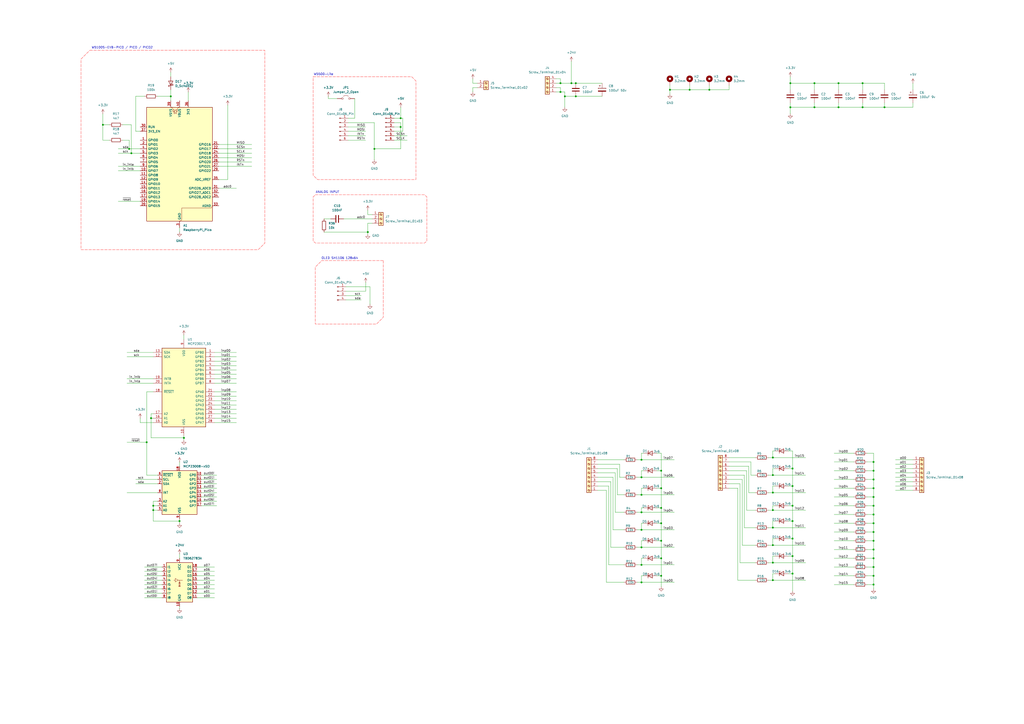
<source format=kicad_sch>
(kicad_sch (version 20250114) (generator "eeschema") (generator_version "9.0")
  (paper "A2")
  (text "W5500-Lite" (at 187.706 43.18 0) (effects (font (size 1.27 1.27))))
  (text "OLED SH1106 128x64" (at 197.104 149.86 0) (effects (font (size 1.27 1.27))))
  (text "ANALOG INPUT" (at 189.992 111.506 0) (effects (font (size 1.27 1.27))))
  (text "W5100S-EVB-PICO / PICO / PICO2" (at 70.866 27.686 0) (effects (font (size 1.27 1.27))))
  (junction (at 458.47 48.26))
  (junction (at 388.62 52.07))
  (junction (at 472.44 48.26))
  (junction (at 383.54 294.64))
  (junction (at 506.73 328.93))
  (junction (at 500.38 48.26))
  (junction (at 513.08 62.23))
  (junction (at 232.41 68.58))
  (junction (at 217.17 86.36))
  (junction (at 99.06 55.88))
  (junction (at 213.36 134.62))
  (junction (at 448.31 336.55))
  (junction (at 325.12 53.34))
  (junction (at 411.48 52.07))
  (junction (at 506.73 323.85))
  (junction (at 88.9 295.91))
  (junction (at 458.47 62.23))
  (junction (at 448.31 326.39))
  (junction (at 459.74 302.26))
  (junction (at 506.73 339.09))
  (junction (at 506.73 267.97))
  (junction (at 372.11 287.02))
  (junction (at 506.73 308.61))
  (junction (at 372.11 337.82))
  (junction (at 383.54 303.53))
  (junction (at 87.63 242.57))
  (junction (at 383.54 273.05))
  (junction (at 383.54 323.85))
  (junction (at 506.73 283.21))
  (junction (at 459.74 322.58))
  (junction (at 500.38 62.23))
  (junction (at 383.54 313.69))
  (junction (at 104.14 302.26))
  (junction (at 472.44 62.23))
  (junction (at 372.11 266.7))
  (junction (at 372.11 307.34))
  (junction (at 372.11 327.66))
  (junction (at 400.05 52.07))
  (junction (at 372.11 276.86))
  (junction (at 85.09 256.54))
  (junction (at 459.74 332.74))
  (junction (at 448.31 275.59))
  (junction (at 88.9 293.37))
  (junction (at 74.93 86.36))
  (junction (at 506.73 334.01))
  (junction (at 383.54 283.21))
  (junction (at 506.73 303.53))
  (junction (at 76.2 88.9))
  (junction (at 232.41 73.66))
  (junction (at 325.12 48.26))
  (junction (at 506.73 278.13))
  (junction (at 486.41 62.23))
  (junction (at 506.73 318.77))
  (junction (at 459.74 312.42))
  (junction (at 459.74 293.37))
  (junction (at 448.31 285.75))
  (junction (at 383.54 334.01))
  (junction (at 448.31 295.91))
  (junction (at 334.01 48.26))
  (junction (at 334.01 55.88))
  (junction (at 59.69 72.39))
  (junction (at 506.73 298.45))
  (junction (at 106.68 254))
  (junction (at 448.31 316.23))
  (junction (at 506.73 293.37))
  (junction (at 506.73 313.69))
  (junction (at 331.47 48.26))
  (junction (at 506.73 273.05))
  (junction (at 448.31 265.43))
  (junction (at 327.66 55.88))
  (junction (at 372.11 297.18))
  (junction (at 506.73 288.29))
  (junction (at 486.41 48.26))
  (junction (at 372.11 317.5))
  (junction (at 459.74 271.78))
  (junction (at 448.31 306.07))
  (junction (at 459.74 281.94))
  (wire (pts (xy 448.31 285.75) (xy 467.36 285.75)))
  (wire (pts (xy 187.96 127) (xy 191.77 127)))
  (wire (pts (xy 448.31 271.78) (xy 448.31 275.59)))
  (wire (pts (xy 127 93.98) (xy 146.05 93.98)))
  (wire (pts (xy 68.58 88.9) (xy 76.2 88.9)))
  (wire (pts (xy 88.9 302.26) (xy 104.14 302.26)))
  (wire (pts (xy 519.43 271.78) (xy 529.59 271.78)))
  (wire (pts (xy 190.5 57.15) (xy 190.5 55.88)))
  (wire (pts (xy 346.71 271.78) (xy 358.14 271.78)))
  (wire (pts (xy 369.57 317.5) (xy 372.11 317.5)))
  (wire (pts (xy 372.11 317.5) (xy 391.16 317.5)))
  (wire (pts (xy 334.01 55.88) (xy 349.25 55.88)))
  (wire (pts (xy 373.38 323.85) (xy 372.11 323.85)))
  (wire (pts (xy 458.47 62.23) (xy 472.44 62.23)))
  (wire (pts (xy 483.87 262.89) (xy 495.3 262.89)))
  (wire (pts (xy 448.31 326.39) (xy 467.36 326.39)))
  (wire (pts (xy 445.77 316.23) (xy 448.31 316.23)))
  (wire (pts (xy 228.6 76.2) (xy 233.68 76.2)))
  (wire (pts (xy 448.31 295.91) (xy 467.36 295.91)))
  (wire (pts (xy 459.74 281.94) (xy 459.74 293.37)))
  (wire (pts (xy 502.92 262.89) (xy 506.73 262.89)))
  (wire (pts (xy 506.73 318.77) (xy 506.73 323.85)))
  (wire (pts (xy 483.87 298.45) (xy 495.3 298.45)))
  (wire (pts (xy 427.99 283.21) (xy 427.99 336.55)))
  (wire (pts (xy 388.62 52.07) (xy 400.05 52.07)))
  (wire (pts (xy 449.58 293.37) (xy 448.31 293.37)))
  (wire (pts (xy 228.6 68.58) (xy 232.41 68.58)))
  (wire (pts (xy 200.66 171.45) (xy 209.55 171.45)))
  (wire (pts (xy 322.58 45.72) (xy 325.12 45.72)))
  (wire (pts (xy 502.92 278.13) (xy 506.73 278.13)))
  (wire (pts (xy 274.32 45.72) (xy 274.32 48.26)))
  (wire (pts (xy 346.71 284.48) (xy 351.79 284.48)))
  (wire (pts (xy 502.92 308.61) (xy 506.73 308.61)))
  (wire (pts (xy 448.31 332.74) (xy 448.31 336.55)))
  (wire (pts (xy 472.44 62.23) (xy 486.41 62.23)))
  (wire (pts (xy 500.38 48.26) (xy 500.38 52.07)))
  (wire (pts (xy 483.87 339.09) (xy 495.3 339.09)))
  (wire (pts (xy 529.59 62.23) (xy 529.59 59.69)))
  (wire (pts (xy 502.92 267.97) (xy 506.73 267.97)))
  (wire (pts (xy 88.9 245.11) (xy 81.28 245.11)))
  (wire (pts (xy 459.74 271.78) (xy 459.74 281.94)))
  (wire (pts (xy 381 313.69) (xy 383.54 313.69)))
  (wire (pts (xy 372.11 337.82) (xy 391.16 337.82)))
  (wire (pts (xy 506.73 278.13) (xy 506.73 283.21)))
  (wire (pts (xy 232.41 68.58) (xy 232.41 62.23)))
  (wire (pts (xy 106.68 194.31) (xy 106.68 196.85)))
  (wire (pts (xy 233.68 76.2) (xy 233.68 68.58)))
  (wire (pts (xy 91.44 290.83) (xy 88.9 290.83)))
  (wire (pts (xy 502.92 298.45) (xy 506.73 298.45)))
  (wire (pts (xy 99.06 52.07) (xy 99.06 55.88)))
  (wire (pts (xy 502.92 313.69) (xy 506.73 313.69)))
  (wire (pts (xy 383.54 303.53) (xy 383.54 313.69)))
  (wire (pts (xy 502.92 318.77) (xy 506.73 318.77)))
  (wire (pts (xy 506.73 328.93) (xy 506.73 334.01)))
  (wire (pts (xy 201.93 76.2) (xy 212.09 76.2)))
  (wire (pts (xy 500.38 48.26) (xy 513.08 48.26)))
  (wire (pts (xy 73.66 204.47) (xy 88.9 204.47)))
  (wire (pts (xy 91.44 275.59) (xy 85.09 275.59)))
  (wire (pts (xy 104.14 351.79) (xy 104.14 353.06)))
  (wire (pts (xy 322.58 48.26) (xy 325.12 48.26)))
  (wire (pts (xy 502.92 339.09) (xy 506.73 339.09)))
  (wire (pts (xy 88.9 293.37) (xy 91.44 293.37)))
  (wire (pts (xy 529.59 48.26) (xy 529.59 52.07)))
  (wire (pts (xy 124.46 207.01) (xy 137.16 207.01)))
  (wire (pts (xy 434.34 270.51) (xy 434.34 285.75)))
  (wire (pts (xy 356.87 297.18) (xy 361.95 297.18)))
  (wire (pts (xy 373.38 262.89) (xy 372.11 262.89)))
  (wire (pts (xy 519.43 281.94) (xy 529.59 281.94)))
  (wire (pts (xy 457.2 312.42) (xy 459.74 312.42)))
  (wire (pts (xy 73.66 256.54) (xy 85.09 256.54)))
  (wire (pts (xy 232.41 73.66) (xy 232.41 86.36)))
  (wire (pts (xy 124.46 209.55) (xy 137.16 209.55)))
  (wire (pts (xy 200.66 173.99) (xy 209.55 173.99)))
  (wire (pts (xy 483.87 273.05) (xy 495.3 273.05)))
  (wire (pts (xy 81.28 245.11) (xy 81.28 242.57)))
  (wire (pts (xy 457.2 281.94) (xy 459.74 281.94)))
  (wire (pts (xy 483.87 303.53) (xy 495.3 303.53)))
  (wire (pts (xy 445.77 295.91) (xy 448.31 295.91)))
  (wire (pts (xy 381 323.85) (xy 383.54 323.85)))
  (wire (pts (xy 187.96 134.62) (xy 213.36 134.62)))
  (wire (pts (xy 114.3 331.47) (xy 124.46 331.47)))
  (wire (pts (xy 91.44 295.91) (xy 88.9 295.91)))
  (wire (pts (xy 430.53 278.13) (xy 430.53 316.23)))
  (wire (pts (xy 212.09 168.91) (xy 212.09 163.83)))
  (wire (pts (xy 483.87 334.01) (xy 495.3 334.01)))
  (wire (pts (xy 506.73 288.29) (xy 506.73 293.37)))
  (wire (pts (xy 85.09 256.54) (xy 85.09 227.33)))
  (wire (pts (xy 400.05 49.53) (xy 400.05 52.07)))
  (wire (pts (xy 124.46 229.87) (xy 137.16 229.87)))
  (wire (pts (xy 124.46 245.11) (xy 137.16 245.11)))
  (wire (pts (xy 448.31 265.43) (xy 467.36 265.43)))
  (wire (pts (xy 106.68 254) (xy 106.68 255.27)))
  (wire (pts (xy 83.82 346.71) (xy 93.98 346.71)))
  (wire (pts (xy 73.66 285.75) (xy 91.44 285.75)))
  (wire (pts (xy 429.26 326.39) (xy 438.15 326.39)))
  (wire (pts (xy 78.74 76.2) (xy 78.74 55.88)))
  (wire (pts (xy 274.32 48.26) (xy 276.86 48.26)))
  (wire (pts (xy 331.47 48.26) (xy 334.01 48.26)))
  (wire (pts (xy 519.43 269.24) (xy 529.59 269.24)))
  (wire (pts (xy 83.82 341.63) (xy 93.98 341.63)))
  (wire (pts (xy 458.47 59.69) (xy 458.47 62.23)))
  (wire (pts (xy 346.71 279.4) (xy 354.33 279.4)))
  (wire (pts (xy 325.12 45.72) (xy 325.12 48.26)))
  (wire (pts (xy 513.08 62.23) (xy 513.08 59.69)))
  (wire (pts (xy 124.46 217.17) (xy 137.16 217.17)))
  (wire (pts (xy 127 104.14) (xy 132.08 104.14)))
  (wire (pts (xy 201.93 78.74) (xy 212.09 78.74)))
  (wire (pts (xy 431.8 306.07) (xy 438.15 306.07)))
  (wire (pts (xy 458.47 44.45) (xy 458.47 48.26)))
  (wire (pts (xy 472.44 48.26) (xy 486.41 48.26)))
  (wire (pts (xy 217.17 86.36) (xy 217.17 92.71)))
  (wire (pts (xy 124.46 232.41) (xy 137.16 232.41)))
  (wire (pts (xy 448.31 275.59) (xy 467.36 275.59)))
  (wire (pts (xy 372.11 273.05) (xy 372.11 276.86)))
  (wire (pts (xy 116.84 275.59) (xy 125.73 275.59)))
  (wire (pts (xy 109.22 53.34) (xy 109.22 58.42)))
  (wire (pts (xy 483.87 318.77) (xy 495.3 318.77)))
  (wire (pts (xy 381 303.53) (xy 383.54 303.53)))
  (wire (pts (xy 127 91.44) (xy 146.05 91.44)))
  (wire (pts (xy 457.2 302.26) (xy 459.74 302.26)))
  (wire (pts (xy 502.92 293.37) (xy 506.73 293.37)))
  (wire (pts (xy 457.2 322.58) (xy 459.74 322.58)))
  (wire (pts (xy 325.12 53.34) (xy 327.66 53.34)))
  (wire (pts (xy 483.87 278.13) (xy 495.3 278.13)))
  (wire (pts (xy 68.58 96.52) (xy 81.28 96.52)))
  (wire (pts (xy 372.11 294.64) (xy 372.11 297.18)))
  (wire (pts (xy 104.14 267.97) (xy 104.14 270.51)))
  (wire (pts (xy 99.06 55.88) (xy 99.06 58.42)))
  (wire (pts (xy 506.73 303.53) (xy 506.73 308.61)))
  (wire (pts (xy 381 283.21) (xy 383.54 283.21)))
  (wire (pts (xy 448.31 293.37) (xy 448.31 295.91)))
  (wire (pts (xy 201.93 81.28) (xy 212.09 81.28)))
  (wire (pts (xy 274.32 50.8) (xy 276.86 50.8)))
  (wire (pts (xy 114.3 344.17) (xy 124.46 344.17)))
  (wire (pts (xy 124.46 234.95) (xy 137.16 234.95)))
  (wire (pts (xy 88.9 295.91) (xy 88.9 302.26)))
  (wire (pts (xy 228.6 71.12) (xy 232.41 71.12)))
  (wire (pts (xy 383.54 313.69) (xy 383.54 323.85)))
  (wire (pts (xy 73.66 222.25) (xy 88.9 222.25)))
  (wire (pts (xy 422.91 265.43) (xy 438.15 265.43)))
  (wire (pts (xy 422.91 270.51) (xy 434.34 270.51)))
  (wire (pts (xy 506.73 339.09) (xy 506.73 341.63)))
  (wire (pts (xy 373.38 294.64) (xy 372.11 294.64)))
  (wire (pts (xy 448.31 261.62) (xy 448.31 265.43)))
  (wire (pts (xy 372.11 303.53) (xy 372.11 307.34)))
  (wire (pts (xy 459.74 302.26) (xy 459.74 312.42)))
  (wire (pts (xy 513.08 48.26) (xy 513.08 52.07)))
  (wire (pts (xy 486.41 62.23) (xy 500.38 62.23)))
  (wire (pts (xy 127 88.9) (xy 146.05 88.9)))
  (wire (pts (xy 372.11 287.02) (xy 391.16 287.02)))
  (wire (pts (xy 472.44 59.69) (xy 472.44 62.23)))
  (wire (pts (xy 124.46 214.63) (xy 137.16 214.63)))
  (wire (pts (xy 502.92 303.53) (xy 506.73 303.53)))
  (wire (pts (xy 76.2 72.39) (xy 76.2 88.9)))
  (wire (pts (xy 217.17 71.12) (xy 217.17 86.36)))
  (wire (pts (xy 124.46 219.71) (xy 137.16 219.71)))
  (wire (pts (xy 73.66 219.71) (xy 88.9 219.71)))
  (wire (pts (xy 445.77 275.59) (xy 448.31 275.59)))
  (wire (pts (xy 448.31 306.07) (xy 467.36 306.07)))
  (wire (pts (xy 457.2 271.78) (xy 459.74 271.78)))
  (wire (pts (xy 506.73 334.01) (xy 506.73 339.09)))
  (wire (pts (xy 459.74 261.62) (xy 459.74 271.78)))
  (wire (pts (xy 215.9 124.46) (xy 213.36 124.46)))
  (wire (pts (xy 519.43 279.4) (xy 529.59 279.4)))
  (wire (pts (xy 449.58 302.26) (xy 448.31 302.26)))
  (wire (pts (xy 506.73 323.85) (xy 506.73 328.93)))
  (wire (pts (xy 116.84 283.21) (xy 125.73 283.21)))
  (wire (pts (xy 228.6 78.74) (xy 236.22 78.74)))
  (wire (pts (xy 355.6 307.34) (xy 361.95 307.34)))
  (wire (pts (xy 458.47 62.23) (xy 458.47 66.04)))
  (wire (pts (xy 445.77 326.39) (xy 448.31 326.39)))
  (wire (pts (xy 85.09 227.33) (xy 88.9 227.33)))
  (wire (pts (xy 383.54 294.64) (xy 383.54 303.53)))
  (wire (pts (xy 68.58 116.84) (xy 81.28 116.84)))
  (wire (pts (xy 73.66 207.01) (xy 88.9 207.01)))
  (wire (pts (xy 459.74 312.42) (xy 459.74 322.58)))
  (wire (pts (xy 116.84 290.83) (xy 125.73 290.83)))
  (wire (pts (xy 486.41 48.26) (xy 486.41 52.07)))
  (wire (pts (xy 448.31 302.26) (xy 448.31 306.07)))
  (wire (pts (xy 502.92 273.05) (xy 506.73 273.05)))
  (wire (pts (xy 448.31 336.55) (xy 467.36 336.55)))
  (wire (pts (xy 369.57 297.18) (xy 372.11 297.18)))
  (wire (pts (xy 373.38 313.69) (xy 372.11 313.69)))
  (wire (pts (xy 388.62 49.53) (xy 388.62 52.07)))
  (wire (pts (xy 381 262.89) (xy 383.54 262.89)))
  (wire (pts (xy 114.3 328.93) (xy 124.46 328.93)))
  (wire (pts (xy 68.58 86.36) (xy 74.93 86.36)))
  (wire (pts (xy 457.2 332.74) (xy 459.74 332.74)))
  (wire (pts (xy 445.77 336.55) (xy 448.31 336.55)))
  (wire (pts (xy 124.46 222.25) (xy 137.16 222.25)))
  (wire (pts (xy 334.01 48.26) (xy 349.25 48.26)))
  (wire (pts (xy 373.38 273.05) (xy 372.11 273.05)))
  (wire (pts (xy 63.5 81.28) (xy 59.69 81.28)))
  (wire (pts (xy 506.73 308.61) (xy 506.73 313.69)))
  (wire (pts (xy 519.43 284.48) (xy 529.59 284.48)))
  (wire (pts (xy 228.6 81.28) (xy 236.22 81.28)))
  (wire (pts (xy 87.63 240.03) (xy 87.63 242.57)))
  (wire (pts (xy 430.53 316.23) (xy 438.15 316.23)))
  (wire (pts (xy 457.2 261.62) (xy 459.74 261.62)))
  (wire (pts (xy 372.11 262.89) (xy 372.11 266.7)))
  (wire (pts (xy 327.66 53.34) (xy 327.66 55.88)))
  (wire (pts (xy 449.58 332.74) (xy 448.31 332.74)))
  (wire (pts (xy 449.58 281.94) (xy 448.31 281.94)))
  (wire (pts (xy 372.11 276.86) (xy 391.16 276.86)))
  (wire (pts (xy 76.2 88.9) (xy 81.28 88.9)))
  (wire (pts (xy 232.41 71.12) (xy 232.41 73.66)))
  (wire (pts (xy 381 334.01) (xy 383.54 334.01)))
  (wire (pts (xy 445.77 306.07) (xy 448.31 306.07)))
  (wire (pts (xy 59.69 72.39) (xy 63.5 72.39)))
  (wire (pts (xy 351.79 284.48) (xy 351.79 337.82)))
  (wire (pts (xy 325.12 48.26) (xy 331.47 48.26)))
  (wire (pts (xy 422.91 267.97) (xy 435.61 267.97)))
  (wire (pts (xy 449.58 322.58) (xy 448.31 322.58)))
  (wire (pts (xy 369.57 307.34) (xy 372.11 307.34)))
  (wire (pts (xy 448.31 312.42) (xy 448.31 316.23)))
  (wire (pts (xy 486.41 48.26) (xy 500.38 48.26)))
  (wire (pts (xy 483.87 313.69) (xy 495.3 313.69)))
  (wire (pts (xy 351.79 337.82) (xy 361.95 337.82)))
  (wire (pts (xy 213.36 124.46) (xy 213.36 121.92)))
  (wire (pts (xy 435.61 267.97) (xy 435.61 275.59)))
  (wire (pts (xy 369.57 276.86) (xy 372.11 276.86)))
  (wire (pts (xy 519.43 266.7) (xy 529.59 266.7)))
  (wire (pts (xy 355.6 276.86) (xy 355.6 307.34)))
  (wire (pts (xy 383.54 283.21) (xy 383.54 294.64)))
  (wire (pts (xy 199.39 127) (xy 215.9 127)))
  (wire (pts (xy 200.66 168.91) (xy 212.09 168.91)))
  (wire (pts (xy 506.73 273.05) (xy 506.73 278.13)))
  (wire (pts (xy 232.41 86.36) (xy 217.17 86.36)))
  (wire (pts (xy 483.87 293.37) (xy 495.3 293.37)))
  (wire (pts (xy 232.41 73.66) (xy 228.6 73.66)))
  (wire (pts (xy 459.74 322.58) (xy 459.74 332.74)))
  (wire (pts (xy 274.32 50.8) (xy 274.32 53.34)))
  (wire (pts (xy 372.11 283.21) (xy 372.11 287.02)))
  (wire (pts (xy 500.38 62.23) (xy 513.08 62.23)))
  (wire (pts (xy 68.58 99.06) (xy 81.28 99.06)))
  (wire (pts (xy 506.73 293.37) (xy 506.73 298.45)))
  (wire (pts (xy 116.84 288.29) (xy 125.73 288.29)))
  (wire (pts (xy 422.91 273.05) (xy 433.07 273.05)))
  (wire (pts (xy 356.87 274.32) (xy 356.87 297.18)))
  (wire (pts (xy 88.9 240.03) (xy 87.63 240.03)))
  (wire (pts (xy 459.74 332.74) (xy 459.74 342.9)))
  (wire (pts (xy 519.43 274.32) (xy 529.59 274.32)))
  (wire (pts (xy 78.74 278.13) (xy 91.44 278.13)))
  (wire (pts (xy 431.8 275.59) (xy 431.8 306.07)))
  (wire (pts (xy 502.92 334.01) (xy 506.73 334.01)))
  (wire (pts (xy 124.46 212.09) (xy 137.16 212.09)))
  (wire (pts (xy 325.12 50.8) (xy 325.12 53.34)))
  (wire (pts (xy 116.84 293.37) (xy 125.73 293.37)))
  (wire (pts (xy 483.87 328.93) (xy 495.3 328.93)))
  (wire (pts (xy 346.71 281.94) (xy 353.06 281.94)))
  (wire (pts (xy 213.36 134.62) (xy 213.36 135.89)))
  (wire (pts (xy 322.58 53.34) (xy 325.12 53.34)))
  (wire (pts (xy 383.54 334.01) (xy 383.54 340.36)))
  (wire (pts (xy 85.09 275.59) (xy 85.09 256.54)))
  (wire (pts (xy 132.08 104.14) (xy 132.08 60.96)))
  (wire (pts (xy 483.87 267.97) (xy 495.3 267.97)))
  (wire (pts (xy 322.58 50.8) (xy 325.12 50.8)))
  (wire (pts (xy 502.92 328.93) (xy 506.73 328.93)))
  (wire (pts (xy 445.77 265.43) (xy 448.31 265.43)))
  (wire (pts (xy 506.73 283.21) (xy 506.73 288.29)))
  (wire (pts (xy 449.58 271.78) (xy 448.31 271.78)))
  (wire (pts (xy 74.93 81.28) (xy 74.93 86.36)))
  (wire (pts (xy 483.87 308.61) (xy 495.3 308.61)))
  (wire (pts (xy 372.11 297.18) (xy 391.16 297.18)))
  (wire (pts (xy 127 83.82) (xy 146.05 83.82)))
  (wire (pts (xy 331.47 48.26) (xy 331.47 35.56)))
  (wire (pts (xy 388.62 52.07) (xy 388.62 54.61)))
  (wire (pts (xy 369.57 287.02) (xy 372.11 287.02)))
  (wire (pts (xy 502.92 283.21) (xy 506.73 283.21)))
  (wire (pts (xy 411.48 49.53) (xy 411.48 52.07)))
  (wire (pts (xy 114.3 341.63) (xy 124.46 341.63)))
  (wire (pts (xy 411.48 52.07) (xy 422.91 52.07)))
  (wire (pts (xy 519.43 276.86) (xy 529.59 276.86)))
  (wire (pts (xy 88.9 290.83) (xy 88.9 293.37)))
  (wire (pts (xy 448.31 316.23) (xy 467.36 316.23)))
  (wire (pts (xy 99.06 41.91) (xy 99.06 44.45)))
  (wire (pts (xy 458.47 48.26) (xy 472.44 48.26)))
  (wire (pts (xy 127 86.36) (xy 146.05 86.36)))
  (wire (pts (xy 502.92 323.85) (xy 506.73 323.85)))
  (wire (pts (xy 87.63 242.57) (xy 87.63 254)))
  (wire (pts (xy 88.9 242.57) (xy 87.63 242.57)))
  (wire (pts (xy 448.31 322.58) (xy 448.31 326.39)))
  (wire (pts (xy 483.87 288.29) (xy 495.3 288.29)))
  (wire (pts (xy 71.12 81.28) (xy 74.93 81.28)))
  (wire (pts (xy 372.11 313.69) (xy 372.11 317.5)))
  (wire (pts (xy 83.82 336.55) (xy 93.98 336.55)))
  (wire (pts (xy 195.58 57.15) (xy 190.5 57.15)))
  (wire (pts (xy 459.74 293.37) (xy 459.74 302.26)))
  (wire (pts (xy 372.11 327.66) (xy 391.16 327.66)))
  (wire (pts (xy 381 273.05) (xy 383.54 273.05)))
  (wire (pts (xy 500.38 59.69) (xy 500.38 62.23)))
  (wire (pts (xy 215.9 129.54) (xy 213.36 129.54)))
  (wire (pts (xy 373.38 303.53) (xy 372.11 303.53)))
  (wire (pts (xy 383.54 273.05) (xy 383.54 283.21)))
  (wire (pts (xy 346.71 266.7) (xy 361.95 266.7)))
  (wire (pts (xy 457.2 293.37) (xy 459.74 293.37)))
  (wire (pts (xy 383.54 262.89) (xy 383.54 273.05)))
  (wire (pts (xy 114.3 334.01) (xy 124.46 334.01)))
  (wire (pts (xy 81.28 76.2) (xy 78.74 76.2)))
  (wire (pts (xy 87.63 254) (xy 106.68 254)))
  (wire (pts (xy 372.11 307.34) (xy 391.16 307.34)))
  (wire (pts (xy 358.14 271.78) (xy 358.14 287.02)))
  (wire (pts (xy 83.82 339.09) (xy 93.98 339.09)))
  (wire (pts (xy 353.06 327.66) (xy 361.95 327.66)))
  (wire (pts (xy 88.9 293.37) (xy 88.9 295.91)))
  (wire (pts (xy 114.3 336.55) (xy 124.46 336.55)))
  (wire (pts (xy 91.44 55.88) (xy 99.06 55.88)))
  (wire (pts (xy 502.92 288.29) (xy 506.73 288.29)))
  (wire (pts (xy 427.99 336.55) (xy 438.15 336.55)))
  (wire (pts (xy 483.87 283.21) (xy 495.3 283.21)))
  (wire (pts (xy 116.84 278.13) (xy 125.73 278.13)))
  (wire (pts (xy 346.71 276.86) (xy 355.6 276.86)))
  (wire (pts (xy 422.91 280.67) (xy 429.26 280.67)))
  (wire (pts (xy 448.31 281.94) (xy 448.31 285.75)))
  (wire (pts (xy 353.06 281.94) (xy 353.06 327.66)))
  (wire (pts (xy 104.14 132.08) (xy 104.14 134.62)))
  (wire (pts (xy 483.87 323.85) (xy 495.3 323.85)))
  (wire (pts (xy 83.82 328.93) (xy 93.98 328.93)))
  (wire (pts (xy 422.91 278.13) (xy 430.53 278.13)))
  (wire (pts (xy 83.82 331.47) (xy 93.98 331.47)))
  (wire (pts (xy 124.46 204.47) (xy 137.16 204.47)))
  (wire (pts (xy 233.68 68.58) (xy 232.41 68.58)))
  (wire (pts (xy 116.84 280.67) (xy 125.73 280.67)))
  (wire (pts (xy 372.11 334.01) (xy 372.11 337.82)))
  (wire (pts (xy 358.14 287.02) (xy 361.95 287.02)))
  (wire (pts (xy 383.54 323.85) (xy 383.54 334.01)))
  (wire (pts (xy 486.41 59.69) (xy 486.41 62.23)))
  (wire (pts (xy 327.66 55.88) (xy 334.01 55.88)))
  (wire (pts (xy 114.3 346.71) (xy 124.46 346.71)))
  (wire (pts (xy 124.46 242.57) (xy 137.16 242.57)))
  (wire (pts (xy 114.3 339.09) (xy 124.46 339.09)))
  (wire (pts (xy 71.12 72.39) (xy 76.2 72.39)))
  (wire (pts (xy 346.71 269.24) (xy 359.41 269.24)))
  (wire (pts (xy 369.57 266.7) (xy 372.11 266.7)))
  (wire (pts (xy 78.74 55.88) (xy 83.82 55.88)))
  (wire (pts (xy 116.84 285.75) (xy 125.73 285.75)))
  (wire (pts (xy 346.71 274.32) (xy 356.87 274.32)))
  (wire (pts (xy 124.46 237.49) (xy 137.16 237.49)))
  (wire (pts (xy 83.82 334.01) (xy 93.98 334.01)))
  (wire (pts (xy 372.11 323.85) (xy 372.11 327.66)))
  (wire (pts (xy 506.73 298.45) (xy 506.73 303.53)))
  (wire (pts (xy 83.82 344.17) (xy 93.98 344.17)))
  (wire (pts (xy 214.63 166.37) (xy 214.63 176.53)))
  (wire (pts (xy 359.41 269.24) (xy 359.41 276.86)))
  (wire (pts (xy 201.93 73.66) (xy 212.09 73.66)))
  (wire (pts (xy 78.74 280.67) (xy 91.44 280.67)))
  (wire (pts (xy 472.44 48.26) (xy 472.44 52.07)))
  (wire (pts (xy 435.61 275.59) (xy 438.15 275.59)))
  (wire (pts (xy 433.07 295.91) (xy 438.15 295.91)))
  (wire (pts (xy 201.93 71.12) (xy 217.17 71.12)))
  (wire (pts (xy 422.91 52.07) (xy 422.91 49.53)))
  (wire (pts (xy 400.05 52.07) (xy 411.48 52.07)))
  (wire (pts (xy 327.66 55.88) (xy 327.66 62.23)))
  (wire (pts (xy 369.57 327.66) (xy 372.11 327.66)))
  (wire (pts (xy 506.73 262.89) (xy 506.73 267.97)))
  (wire (pts (xy 59.69 66.04) (xy 59.69 72.39)))
  (wire (pts (xy 422.91 283.21) (xy 427.99 283.21)))
  (wire (pts (xy 106.68 252.73) (xy 106.68 254)))
  (wire (pts (xy 513.08 62.23) (xy 529.59 62.23)))
  (wire (pts (xy 445.77 285.75) (xy 448.31 285.75)))
  (wire (pts (xy 201.93 68.58) (xy 205.74 68.58)))
  (wire (pts (xy 205.74 68.58) (xy 205.74 57.15)))
  (wire (pts (xy 506.73 267.97) (xy 506.73 273.05)))
  (wire (pts (xy 104.14 302.26) (xy 104.14 303.53)))
  (wire (pts (xy 354.33 279.4) (xy 354.33 317.5)))
  (wire (pts (xy 429.26 280.67) (xy 429.26 326.39)))
  (wire (pts (xy 104.14 321.31) (xy 104.14 323.85)))
  (wire (pts (xy 354.33 317.5) (xy 361.95 317.5)))
  (wire (pts (xy 359.41 276.86) (xy 361.95 276.86)))
  (wire (pts (xy 127 109.22) (xy 137.16 109.22)))
  (wire (pts (xy 434.34 285.75) (xy 438.15 285.75)))
  (wire (pts (xy 373.38 334.01) (xy 372.11 334.01)))
  (wire (pts (xy 373.38 283.21) (xy 372.11 283.21)))
  (wire (pts (xy 124.46 227.33) (xy 137.16 227.33)))
  (wire (pts (xy 369.57 337.82) (xy 372.11 337.82)))
  (wire (pts (xy 127 96.52) (xy 146.05 96.52)))
  (wire (pts (xy 74.93 86.36) (xy 81.28 86.36)))
  (wire (pts (xy 213.36 129.54) (xy 213.36 134.62)))
  (wire (pts (xy 104.14 300.99) (xy 104.14 302.26)))
  (wire (pts (xy 422.91 275.59) (xy 431.8 275.59)))
  (wire (pts (xy 59.69 72.39) (xy 59.69 81.28)))
  (wire (pts (xy 200.66 166.37) (xy 214.63 166.37)))
  (wire (pts (xy 449.58 261.62) (xy 448.31 261.62)))
  (wire (pts (xy 372.11 266.7) (xy 391.16 266.7)))
  (wire (pts (xy 458.47 52.07) (xy 458.47 48.26)))
  (wire (pts (xy 449.58 312.42) (xy 448.31 312.42)))
  (wire (pts (xy 506.73 313.69) (xy 506.73 318.77)))
  (wire (pts (xy 433.07 273.05) (xy 433.07 295.91)))
  (wire (pts (xy 381 294.64) (xy 383.54 294.64)))
  (wire (pts (xy 124.46 240.03) (xy 137.16 240.03)))
  (label "SCLK" (at 137.16 88.9 0))
  (label "in_inta" (at 74.93 222.25 0))
  (label "adc0" (at 207.01 127 0))
  (label "out07i" (at 118.11 293.37 0))
  (label "inp11" (at 461.01 306.07 0))
  (label "inp13" (at 461.01 285.75 0))
  (label "o06" (at 521.97 281.94 0))
  (label "inp15" (at 128.27 245.11 0))
  (label "inp01" (at 128.27 207.01 0))
  (label "inp02" (at 384.81 317.5 0))
  (label "out01i" (at 118.11 278.13 0))
  (label "o04" (at 118.11 336.55 0))
  (label "RSTn" (at 207.01 81.28 0))
  (label "SCSn" (at 137.16 86.36 0))
  (label "inp04" (at 486.41 283.21 0))
  (label "adc0" (at 129.54 109.22 0))
  (label "MOSI" (at 137.16 91.44 0))
  (label "MOSI" (at 207.01 76.2 0))
  (label "o01" (at 118.11 344.17 0))
  (label "inp02" (at 128.27 209.55 0))
  (label "SCSn" (at 229.87 78.74 0))
  (label "in_intb" (at 74.93 219.71 0))
  (label "o03" (at 118.11 339.09 0))
  (label "inp04" (at 384.81 297.18 0))
  (label "INTn" (at 207.01 78.74 0))
  (label "inp01" (at 486.41 267.97 0))
  (label "inp02" (at 486.41 273.05 0))
  (label "o07" (at 118.11 328.93 0))
  (label "inp03" (at 486.41 278.13 0))
  (label "inp09" (at 461.01 326.39 0))
  (label "sda" (at 205.74 173.99 0))
  (label "inp13" (at 128.27 240.03 0))
  (label "out00i" (at 118.11 275.59 0))
  (label "inp09" (at 486.41 308.61 0))
  (label "inp14" (at 461.01 275.59 0))
  (label "inp00" (at 384.81 337.82 0))
  (label "o06" (at 118.11 331.47 0))
  (label "inp05" (at 384.81 287.02 0))
  (label "inp13" (at 486.41 328.93 0))
  (label "inp11" (at 486.41 318.77 0))
  (label "sda" (at 71.12 86.36 0))
  (label "out04i" (at 85.09 336.55 0))
  (label "~{reset}" (at 71.12 116.84 0))
  (label "inp06" (at 128.27 219.71 0))
  (label "inp03" (at 384.81 307.34 0))
  (label "o02" (at 118.11 341.63 0))
  (label "inp12" (at 486.41 323.85 0))
  (label "MISO" (at 207.01 73.66 0))
  (label "inp05" (at 486.41 288.29 0))
  (label "inp14" (at 128.27 242.57 0))
  (label "o05" (at 521.97 279.4 0))
  (label "inp12" (at 128.27 237.49 0))
  (label "SCLK" (at 229.87 81.28 0))
  (label "sda" (at 80.01 280.67 0))
  (label "inp00" (at 486.41 262.89 0))
  (label "in_inta" (at 71.12 96.52 0))
  (label "inp11" (at 128.27 234.95 0))
  (label "inp00" (at 128.27 204.47 0))
  (label "out07i" (at 85.09 328.93 0))
  (label "out02i" (at 118.11 280.67 0))
  (label "out03i" (at 85.09 339.09 0))
  (label "inp06" (at 384.81 276.86 0))
  (label "~{reset}" (at 76.2 256.54 0))
  (label "inp01" (at 384.81 327.66 0))
  (label "inp10" (at 128.27 232.41 0))
  (label "o00" (at 118.11 346.71 0))
  (label "sck" (at 77.47 207.01 0))
  (label "inp06" (at 486.41 293.37 0))
  (label "out06i" (at 118.11 290.83 0))
  (label "sck" (at 80.01 278.13 0))
  (label "o07" (at 521.97 284.48 0))
  (label "sck" (at 71.12 88.9 0))
  (label "inp04" (at 128.27 214.63 0))
  (label "RSTn" (at 137.16 93.98 0))
  (label "inp09" (at 128.27 229.87 0))
  (label "inp07" (at 384.81 266.7 0))
  (label "out03i" (at 118.11 283.21 0))
  (label "inp08" (at 128.27 227.33 0))
  (label "out00i" (at 85.09 346.71 0))
  (label "in_intb" (at 71.12 99.06 0))
  (label "INTn" (at 137.16 96.52 0))
  (label "inp08" (at 461.01 336.55 0))
  (label "inp10" (at 486.41 313.69 0))
  (label "inp10" (at 461.01 316.23 0))
  (label "o05" (at 118.11 334.01 0))
  (label "inp15" (at 486.41 339.09 0))
  (label "out01i" (at 85.09 344.17 0))
  (label "o00" (at 521.97 266.7 0))
  (label "out06i" (at 85.09 331.47 0))
  (label "out05i" (at 118.11 288.29 0))
  (label "inp08" (at 486.41 303.53 0))
  (label "sda" (at 77.47 204.47 0))
  (label "inp14" (at 486.41 334.01 0))
  (label "inp05" (at 128.27 217.17 0))
  (label "inp07" (at 128.27 222.25 0))
  (label "inp15" (at 461.01 265.43 0))
  (label "o04" (at 521.97 276.86 0))
  (label "out04i" (at 118.11 285.75 0))
  (label "inp12" (at 461.01 295.91 0))
  (label "inp07" (at 486.41 298.45 0))
  (label "o01" (at 521.97 269.24 0))
  (label "inp03" (at 128.27 212.09 0))
  (label "out02i" (at 85.09 341.63 0))
  (label "out05i" (at 85.09 334.01 0))
  (label "o03" (at 521.97 274.32 0))
  (label "o02" (at 521.97 271.78 0))
  (label "MISO" (at 137.16 83.82 0))
  (label "sck" (at 205.74 171.45 0))
  (rule_area (polyline (pts (xy 182.88 113.03) (xy 246.38 113.03) (xy 247.65 114.3) (xy 247.65 139.7) (xy 246.38 140.97) (xy 182.88 140.97) (xy 181.61 139.7) (xy 181.61 114.3)) (stroke (width 0) (type dash))))
  (rule_area (polyline (pts (xy 181.61 44.45) (xy 238.76 44.45) (xy 241.3 46.99) (xy 241.3 104.14) (xy 184.15 104.14) (xy 181.61 101.6)) (stroke (width 0) (type dash))))
  (rule_area (polyline (pts (xy 52.07 29.21) (xy 153.67 29.21) (xy 153.67 140.97) (xy 149.86 144.78) (xy 46.99 144.78) (xy 46.99 34.29)) (stroke (width 0) (type dash))))
  (rule_area (polyline (pts (xy 222.25 151.13) (xy 222.25 184.15) (xy 218.44 187.96) (xy 182.88 187.96) (xy 182.88 154.94) (xy 186.69 151.13)) (stroke (width 0) (type dash))))
  (symbol (lib_id "Jumper:Jumper_2_Open") (at 200.66 57.15 0) (unit 1)
    (property "Reference" "JP1" (at 200.66 50.8 0))
    (property "Value" "Jumper_2_Open" (at 200.66 53.34 0))
    (property "Footprint" "Jumper:SolderJumper-2_P1.3mm_Open_TrianglePad1.0x1.5mm" (effects (hide yes)))
    (property "Description" "Jumper, 2-pole, open" (effects (hide yes)))
  )
  (symbol (lib_id "power:+3.3V") (at 81.28 242.57 0) (unit 1)
    (property "Reference" "#PWR07" (effects (hide yes)))
    (property "Value" "+3.3V" (at 81.28 237.49 0))
    (property "Description" "Power symbol creates a global label with name \"+3.3V\"" (effects (hide yes)))
  )
  (symbol (lib_id "Device:R") (at 441.96 316.23 90) (unit 1)
    (property "Reference" "R14" (at 441.198 313.944 90))
    (property "Value" "10k" (at 442.214 316.23 90))
    (property "Footprint" "Resistor_SMD:R_0805_2012Metric" (effects (hide yes)))
    (property "Description" "Resistor" (effects (hide yes)))
  )
  (symbol (lib_id "Transistor_Array:TBD62783A") (at 104.14 336.55 0) (unit 1)
    (property "Reference" "U3" (at 106.2833 321.31 0) (effects (justify left)))
    (property "Value" "TBD62783A" (at 106.2833 323.85 0) (effects (justify left)))
    (property "Footprint" "Package_SO:SOIC-18W_7.5x11.6mm_P1.27mm" (effects (hide yes)))
    (property "Datasheet" "http://toshiba.semicon-storage.com/info/docget.jsp?did=30523&prodName=TBD62783APG" (effects (hide yes)))
    (property "Description" "8-Channel Source Type Transistor Array, TTL and CMOS compatible, 500mA, 50V, DIP-18/SOP-18/SSOP-18/SOIC-18W" (effects (hide yes)))
  )
  (symbol (lib_id "Device:R") (at 87.63 55.88 90) (unit 1)
    (property "Reference" "R19" (at 87.63 49.53 90))
    (property "Value" "100k" (at 87.63 52.07 90))
    (property "Footprint" "Resistor_SMD:R_0805_2012Metric" (effects (hide yes)))
    (property "Description" "Resistor" (effects (hide yes)))
  )
  (symbol (lib_id "Device:D_Zener") (at 453.39 271.78 0) (unit 1)
    (property "Reference" "D10" (at 449.834 270.51 0))
    (property "Value" "3v6" (at 456.946 270.51 0))
    (property "Footprint" "Diode_SMD:D_SOD-523" (effects (hide yes)))
    (property "Description" "Zener diode" (effects (hide yes)))
  )
  (symbol (lib_id "Device:D_Zener") (at 453.39 293.37 0) (unit 1)
    (property "Reference" "D12" (at 449.834 292.1 0))
    (property "Value" "3v6" (at 456.946 292.1 0))
    (property "Footprint" "Diode_SMD:D_SOD-523" (effects (hide yes)))
    (property "Description" "Zener diode" (effects (hide yes)))
  )
  (symbol (lib_id "Device:R") (at 365.76 297.18 90) (unit 1)
    (property "Reference" "R4" (at 364.49 294.894 90))
    (property "Value" "10k" (at 366.014 297.18 90))
    (property "Footprint" "Resistor_SMD:R_0805_2012Metric" (effects (hide yes)))
    (property "Description" "Resistor" (effects (hide yes)))
  )
  (symbol (lib_id "Connector:Screw_Terminal_01x08") (at 534.67 274.32 0) (unit 1)
    (property "Reference" "J3" (at 537.21 274.3199 0) (effects (justify left)))
    (property "Value" "Screw_Terminal_01x08" (at 537.21 276.8599 0) (effects (justify left)))
    (property "Footprint" "TerminalBlock:TerminalBlock_Xinya_XY308-2.54-8P_1x08_P2.54mm_Horizontal" (effects (hide yes)))
    (property "Description" "Generic screw terminal, single row, 01x08, script generated (kicad-library-utils/schlib/autogen/connector/)" (effects (hide yes)))
  )
  (symbol (lib_id "Device:C") (at 458.47 55.88 0) (unit 1)
    (property "Reference" "C1" (at 462.28 54.6099 0) (effects (justify left)))
    (property "Value" "100nF" (at 462.28 57.1499 0) (effects (justify left)))
    (property "Footprint" "Capacitor_SMD:C_1206_3216Metric" (effects (hide yes)))
    (property "Description" "Unpolarized capacitor" (effects (hide yes)))
  )
  (symbol (lib_id "Device:R") (at 187.96 130.81 180) (unit 1)
    (property "Reference" "R36" (at 190.5 129.5399 0) (effects (justify right)))
    (property "Value" "10k" (at 190.5 132.0799 0) (effects (justify right)))
    (property "Footprint" "Resistor_SMD:R_0805_2012Metric" (effects (hide yes)))
    (property "Description" "Resistor" (effects (hide yes)))
  )
  (symbol (lib_id "power:GND") (at 104.14 134.62 0) (unit 1)
    (property "Reference" "#PWR02" (effects (hide yes)))
    (property "Value" "GND" (at 104.14 139.7 0))
    (property "Description" "Power symbol creates a global label with name \"GND\" , ground" (effects (hide yes)))
  )
  (symbol (lib_id "Device:D_Zener") (at 377.19 313.69 0) (unit 1)
    (property "Reference" "D6" (at 373.888 312.674 0))
    (property "Value" "3v6" (at 380.746 312.674 0))
    (property "Footprint" "Diode_SMD:D_SOD-523" (effects (hide yes)))
    (property "Description" "Zener diode" (effects (hide yes)))
  )
  (symbol (lib_id "Mechanical:MountingHole_Pad") (at 411.48 46.99 0) (unit 1) (exclude_from_sim yes) (in_bom no)
    (property "Reference" "H3" (at 414.02 44.4499 0) (effects (justify left)))
    (property "Value" "3.2mm" (at 414.02 46.9899 0) (effects (justify left)))
    (property "Footprint" "MountingHole:MountingHole_3.2mm_M3_Pad_TopBottom" (effects (hide yes)))
    (property "Description" "Mounting Hole with connection" (effects (hide yes)))
  )
  (symbol (lib_id "power:GND") (at 458.47 66.04 0) (unit 1)
    (property "Reference" "#PWR035" (effects (hide yes)))
    (property "Value" "GND" (at 458.47 71.12 0))
    (property "Description" "Power symbol creates a global label with name \"GND\" , ground" (effects (hide yes)))
  )
  (symbol (lib_id "Device:D_Zener") (at 377.19 283.21 0) (unit 1)
    (property "Reference" "D3" (at 374.142 282.194 0))
    (property "Value" "3v6" (at 380.746 281.94 0))
    (property "Footprint" "Diode_SMD:D_SOD-523" (effects (hide yes)))
    (property "Description" "Zener diode" (effects (hide yes)))
  )
  (symbol (lib_id "Device:R") (at 365.76 276.86 90) (unit 1)
    (property "Reference" "R2" (at 364.236 274.574 90))
    (property "Value" "10k" (at 365.76 276.86 90))
    (property "Footprint" "Resistor_SMD:R_0805_2012Metric" (effects (hide yes)))
    (property "Description" "Resistor" (effects (hide yes)))
  )
  (symbol (lib_id "Device:D_Zener") (at 377.19 334.01 0) (unit 1)
    (property "Reference" "D8" (at 374.142 332.994 0))
    (property "Value" "3v6" (at 381 332.994 0))
    (property "Footprint" "Diode_SMD:D_SOD-523" (effects (hide yes)))
    (property "Description" "Zener diode" (effects (hide yes)))
  )
  (symbol (lib_id "Interface_Expansion:MCP23008-xSO") (at 104.14 285.75 0) (unit 1)
    (property "Reference" "U2" (at 106.2833 267.97 0) (effects (justify left)))
    (property "Value" "MCP23008-xSO" (at 106.2833 270.51 0) (effects (justify left)))
    (property "Footprint" "Package_SO:SOIC-18W_7.5x11.6mm_P1.27mm" (effects (hide yes)))
    (property "Datasheet" "http://ww1.microchip.com/downloads/en/DeviceDoc/MCP23008-MCP23S08-Data-Sheet-20001919F.pdf" (effects (hide yes)))
    (property "Description" "8-bit I/O expander, I2C, interrupts, SOIC-18" (effects (hide yes)))
  )
  (symbol (lib_id "power:+3.3V") (at 458.47 44.45 0) (unit 1)
    (property "Reference" "#PWR06" (effects (hide yes)))
    (property "Value" "+3.3V" (at 458.47 39.37 0))
    (property "Description" "Power symbol creates a global label with name \"+3.3V\"" (effects (hide yes)))
  )
  (symbol (lib_id "Device:R") (at 441.96 285.75 90) (unit 1)
    (property "Reference" "R7" (at 440.436 283.464 90))
    (property "Value" "10k" (at 442.214 285.75 90))
    (property "Footprint" "Resistor_SMD:R_0805_2012Metric" (effects (hide yes)))
    (property "Description" "Resistor" (effects (hide yes)))
  )
  (symbol (lib_id "Connector:Screw_Terminal_01x08") (at 417.83 275.59 180) (unit 1)
    (property "Reference" "J2" (at 417.83 259.08 0))
    (property "Value" "Screw_Terminal_01x08" (at 417.83 261.62 0))
    (property "Footprint" "TerminalBlock:TerminalBlock_Xinya_XY308-2.54-8P_1x08_P2.54mm_Horizontal" (effects (hide yes)))
    (property "Description" "Generic screw terminal, single row, 01x08, script generated (kicad-library-utils/schlib/autogen/connector/)" (effects (hide yes)))
  )
  (symbol (lib_id "Device:C_Polarized") (at 349.25 52.07 0) (unit 1)
    (property "Reference" "C8" (at 353.06 49.9109 0) (effects (justify left)))
    (property "Value" "100uF 50v" (at 353.06 52.4509 0) (effects (justify left)))
    (property "Footprint" "Capacitor_SMD:CP_Elec_8x5.4" (effects (hide yes)))
    (property "Description" "Polarized capacitor" (effects (hide yes)))
  )
  (symbol (lib_id "power:+3.3V") (at 132.08 60.96 0) (unit 1)
    (property "Reference" "#PWR012" (effects (hide yes)))
    (property "Value" "+3.3V" (at 132.08 55.88 0))
    (property "Description" "Power symbol creates a global label with name \"+3.3V\"" (effects (hide yes)))
  )
  (symbol (lib_id "Device:R") (at 365.76 327.66 90) (unit 1)
    (property "Reference" "R11" (at 364.998 325.628 90))
    (property "Value" "10k" (at 365.76 327.66 90))
    (property "Footprint" "Resistor_SMD:R_0805_2012Metric" (effects (hide yes)))
    (property "Description" "Resistor" (effects (hide yes)))
  )
  (symbol (lib_id "Device:D_Zener") (at 377.19 323.85 0) (unit 1)
    (property "Reference" "D7" (at 373.888 322.834 0))
    (property "Value" "3v6" (at 381 322.834 0))
    (property "Footprint" "Diode_SMD:D_SOD-523" (effects (hide yes)))
    (property "Description" "Zener diode" (effects (hide yes)))
  )
  (symbol (lib_id "power:+3.3V") (at 109.22 53.34 0) (unit 1)
    (property "Reference" "#PWR08" (effects (hide yes)))
    (property "Value" "+3.3V" (at 109.22 48.26 0))
    (property "Description" "Power symbol creates a global label with name \"+3.3V\"" (effects (hide yes)))
  )
  (symbol (lib_id "Device:R") (at 499.11 328.93 90) (unit 1)
    (property "Reference" "R33" (at 498.856 327.152 90))
    (property "Value" "1.5k" (at 498.856 328.93 90))
    (property "Footprint" "Resistor_SMD:R_0805_2012Metric" (effects (hide yes)))
    (property "Description" "Resistor" (effects (hide yes)))
  )
  (symbol (lib_id "power:+3.3V") (at 190.5 55.88 0) (unit 1)
    (property "Reference" "#PWR014" (effects (hide yes)))
    (property "Value" "+3.3V" (at 190.5 50.8 0))
    (property "Description" "Power symbol creates a global label with name \"+3.3V\"" (effects (hide yes)))
  )
  (symbol (lib_id "Device:R") (at 499.11 318.77 90) (unit 1)
    (property "Reference" "R31" (at 499.11 316.992 90))
    (property "Value" "1.5k" (at 498.856 318.77 90))
    (property "Footprint" "Resistor_SMD:R_0805_2012Metric" (effects (hide yes)))
    (property "Description" "Resistor" (effects (hide yes)))
  )
  (symbol (lib_id "power:GND") (at 459.74 342.9 0) (unit 1)
    (property "Reference" "#PWR028" (effects (hide yes)))
    (property "Value" "GND" (at 459.74 347.98 0))
    (property "Description" "Power symbol creates a global label with name \"GND\" , ground" (effects (hide yes)))
  )
  (symbol (lib_id "power:+3.3V") (at 59.69 66.04 0) (unit 1)
    (property "Reference" "#PWR05" (effects (hide yes)))
    (property "Value" "+3.3V" (at 59.69 60.96 0))
    (property "Description" "Power symbol creates a global label with name \"+3.3V\"" (effects (hide yes)))
  )
  (symbol (lib_id "Device:R") (at 67.31 72.39 90) (unit 1)
    (property "Reference" "R17" (at 67.31 66.04 90))
    (property "Value" "4k7" (at 67.31 68.58 90))
    (property "Footprint" "Resistor_SMD:R_0805_2012Metric" (effects (hide yes)))
    (property "Description" "Resistor" (effects (hide yes)))
  )
  (symbol (lib_id "power:GND") (at 213.36 135.89 0) (unit 1)
    (property "Reference" "#PWR033" (effects (hide yes)))
    (property "Value" "GND" (at 217.932 136.652 0))
    (property "Description" "Power symbol creates a global label with name \"GND\" , ground" (effects (hide yes)))
  )
  (symbol (lib_id "Device:R") (at 499.11 313.69 90) (unit 1)
    (property "Reference" "R30" (at 499.11 311.658 90))
    (property "Value" "1.5k" (at 499.11 313.69 90))
    (property "Footprint" "Resistor_SMD:R_0805_2012Metric" (effects (hide yes)))
    (property "Description" "Resistor" (effects (hide yes)))
  )
  (symbol (lib_id "Device:R") (at 499.11 334.01 90) (unit 1)
    (property "Reference" "R34" (at 499.11 331.978 90))
    (property "Value" "1.5k" (at 499.11 334.01 90))
    (property "Footprint" "Resistor_SMD:R_0805_2012Metric" (effects (hide yes)))
    (property "Description" "Resistor" (effects (hide yes)))
  )
  (symbol (lib_id "Device:R") (at 499.11 339.09 90) (unit 1)
    (property "Reference" "R35" (at 498.856 337.058 90))
    (property "Value" "1.5k" (at 499.11 338.836 90))
    (property "Footprint" "Resistor_SMD:R_0805_2012Metric" (effects (hide yes)))
    (property "Description" "Resistor" (effects (hide yes)))
  )
  (symbol (lib_id "Device:C") (at 195.58 127 270) (unit 1)
    (property "Reference" "C10" (at 195.58 119.38 90))
    (property "Value" "100nF" (at 195.58 121.92 90))
    (property "Footprint" "Capacitor_SMD:C_1206_3216Metric" (effects (hide yes)))
    (property "Description" "Unpolarized capacitor" (effects (hide yes)))
  )
  (symbol (lib_id "Device:R") (at 499.11 267.97 90) (unit 1)
    (property "Reference" "R21" (at 498.856 265.938 90))
    (property "Value" "1.5k" (at 499.11 267.97 90))
    (property "Footprint" "Resistor_SMD:R_0805_2012Metric" (effects (hide yes)))
    (property "Description" "Resistor" (effects (hide yes)))
  )
  (symbol (lib_id "Device:C") (at 486.41 55.88 0) (unit 1)
    (property "Reference" "C3" (at 490.22 54.6099 0) (effects (justify left)))
    (property "Value" "100nF" (at 490.22 57.1499 0) (effects (justify left)))
    (property "Footprint" "Capacitor_SMD:C_1206_3216Metric" (effects (hide yes)))
    (property "Description" "Unpolarized capacitor" (effects (hide yes)))
  )
  (symbol (lib_id "Connector:Screw_Terminal_01x08") (at 341.63 276.86 180) (unit 1)
    (property "Reference" "J1" (at 341.63 260.35 0))
    (property "Value" "Screw_Terminal_01x08" (at 341.63 262.89 0))
    (property "Footprint" "TerminalBlock:TerminalBlock_Xinya_XY308-2.54-8P_1x08_P2.54mm_Horizontal" (effects (hide yes)))
    (property "Description" "Generic screw terminal, single row, 01x08, script generated (kicad-library-utils/schlib/autogen/connector/)" (effects (hide yes)))
  )
  (symbol (lib_id "power:+24V") (at 104.14 321.31 0) (unit 1)
    (property "Reference" "#PWR016" (effects (hide yes)))
    (property "Value" "+24V" (at 104.14 316.23 0))
    (property "Description" "Power symbol creates a global label with name \"+24V\"" (effects (hide yes)))
  )
  (symbol (lib_id "Device:D_Zener") (at 453.39 302.26 0) (unit 1)
    (property "Reference" "D13" (at 449.834 301.244 0))
    (property "Value" "3v6" (at 456.946 301.244 0))
    (property "Footprint" "Diode_SMD:D_SOD-523" (effects (hide yes)))
    (property "Description" "Zener diode" (effects (hide yes)))
  )
  (symbol (lib_id "Device:R") (at 441.96 265.43 90) (unit 1)
    (property "Reference" "R5" (at 440.436 263.144 90))
    (property "Value" "10k" (at 442.214 265.43 90))
    (property "Footprint" "Resistor_SMD:R_0805_2012Metric" (effects (hide yes)))
    (property "Description" "Resistor" (effects (hide yes)))
  )
  (symbol (lib_id "Device:D_Zener") (at 377.19 262.89 0) (unit 1)
    (property "Reference" "D1" (at 374.142 261.62 0))
    (property "Value" "3v6" (at 381 261.874 0))
    (property "Footprint" "Diode_SMD:D_SOD-523" (effects (hide yes)))
    (property "Description" "Zener diode" (effects (hide yes)))
  )
  (symbol (lib_id "Device:R") (at 441.96 295.91 90) (unit 1)
    (property "Reference" "R8" (at 440.436 293.37 90))
    (property "Value" "10k" (at 442.214 295.91 90))
    (property "Footprint" "Resistor_SMD:R_0805_2012Metric" (effects (hide yes)))
    (property "Description" "Resistor" (effects (hide yes)))
  )
  (symbol (lib_id "Mechanical:MountingHole_Pad") (at 400.05 46.99 0) (unit 1) (exclude_from_sim yes) (in_bom no)
    (property "Reference" "H2" (at 402.59 44.4499 0) (effects (justify left)))
    (property "Value" "3.2mm" (at 402.59 46.9899 0) (effects (justify left)))
    (property "Footprint" "MountingHole:MountingHole_3.2mm_M3_Pad_TopBottom" (effects (hide yes)))
    (property "Description" "Mounting Hole with connection" (effects (hide yes)))
  )
  (symbol (lib_id "Device:D_Zener") (at 453.39 261.62 0) (unit 1)
    (property "Reference" "D9" (at 450.342 260.604 0))
    (property "Value" "3v6" (at 456.946 260.604 0))
    (property "Footprint" "Diode_SMD:D_SOD-523" (effects (hide yes)))
    (property "Description" "Zener diode" (effects (hide yes)))
  )
  (symbol (lib_id "Device:R") (at 499.11 288.29 90) (unit 1)
    (property "Reference" "R25" (at 498.856 286.512 90))
    (property "Value" "1.5k" (at 499.11 288.29 90))
    (property "Footprint" "Resistor_SMD:R_0805_2012Metric" (effects (hide yes)))
    (property "Description" "Resistor" (effects (hide yes)))
  )
  (symbol (lib_id "power:GND") (at 388.62 54.61 0) (unit 1)
    (property "Reference" "#PWR037" (effects (hide yes)))
    (property "Value" "GND" (at 388.62 59.69 0))
    (property "Description" "Power symbol creates a global label with name \"GND\" , ground" (effects (hide yes)))
  )
  (symbol (lib_id "power:GND") (at 506.73 341.63 0) (unit 1)
    (property "Reference" "#PWR032" (effects (hide yes)))
    (property "Value" "GND" (at 506.73 346.71 0))
    (property "Description" "Power symbol creates a global label with name \"GND\" , ground" (effects (hide yes)))
  )
  (symbol (lib_id "power:+24V") (at 331.47 35.56 0) (unit 1)
    (property "Reference" "#PWR015" (effects (hide yes)))
    (property "Value" "+24V" (at 331.47 30.48 0))
    (property "Description" "Power symbol creates a global label with name \"+24V\"" (effects (hide yes)))
  )
  (symbol (lib_id "Connector:Screw_Terminal_01x02") (at 281.94 48.26 0) (unit 1)
    (property "Reference" "J5" (at 284.48 48.2599 0) (effects (justify left)))
    (property "Value" "Screw_Terminal_01x02" (at 284.48 50.7999 0) (effects (justify left)))
    (property "Footprint" "TerminalBlock:TerminalBlock_Xinya_XY308-2.54-2P_1x02_P2.54mm_Horizontal" (effects (hide yes)))
    (property "Description" "Generic screw terminal, single row, 01x02, script generated (kicad-library-utils/schlib/autogen/connector/)" (effects (hide yes)))
  )
  (symbol (lib_id "power:GND") (at 274.32 53.34 0) (unit 1)
    (property "Reference" "#PWR027" (effects (hide yes)))
    (property "Value" "GND" (at 274.32 58.42 0))
    (property "Description" "Power symbol creates a global label with name \"GND\" , ground" (effects (hide yes)))
  )
  (symbol (lib_id "power:GND") (at 214.63 176.53 0) (unit 1)
    (property "Reference" "#PWR09" (effects (hide yes)))
    (property "Value" "GND" (at 214.63 181.61 0))
    (property "Description" "Power symbol creates a global label with name \"GND\" , ground" (effects (hide yes)))
  )
  (symbol (lib_id "power:GND") (at 106.68 255.27 0) (unit 1)
    (property "Reference" "#PWR029" (effects (hide yes)))
    (property "Value" "GND" (at 106.68 260.35 0))
    (property "Description" "Power symbol creates a global label with name \"GND\" , ground" (effects (hide yes)))
  )
  (symbol (lib_id "Connector:Screw_Terminal_01x03") (at 220.98 127 0) (unit 1)
    (property "Reference" "J7" (at 223.52 125.7299 0) (effects (justify left)))
    (property "Value" "Screw_Terminal_01x03" (at 223.52 128.2699 0) (effects (justify left)))
    (property "Footprint" "TerminalBlock:TerminalBlock_Xinya_XY308-2.54-3P_1x03_P2.54mm_Horizontal" (effects (hide yes)))
    (property "Description" "Generic screw terminal, single row, 01x03, script generated (kicad-library-utils/schlib/autogen/connector/)" (effects (hide yes)))
  )
  (symbol (lib_id "Device:D_Zener") (at 453.39 322.58 0) (unit 1)
    (property "Reference" "D15" (at 449.834 321.31 0))
    (property "Value" "3v6" (at 457.2 321.31 0))
    (property "Footprint" "Diode_SMD:D_SOD-523" (effects (hide yes)))
    (property "Description" "Zener diode" (effects (hide yes)))
  )
  (symbol (lib_id "Device:R") (at 499.11 293.37 90) (unit 1)
    (property "Reference" "R26" (at 499.11 291.338 90))
    (property "Value" "1.5k" (at 499.11 293.37 90))
    (property "Footprint" "Resistor_SMD:R_0805_2012Metric" (effects (hide yes)))
    (property "Description" "Resistor" (effects (hide yes)))
  )
  (symbol (lib_id "Device:R") (at 365.76 317.5 90) (unit 1)
    (property "Reference" "R10" (at 364.998 315.214 90))
    (property "Value" "10k" (at 365.76 317.5 90))
    (property "Footprint" "Resistor_SMD:R_0805_2012Metric" (effects (hide yes)))
    (property "Description" "Resistor" (effects (hide yes)))
  )
  (symbol (lib_id "Device:R") (at 441.96 336.55 90) (unit 1)
    (property "Reference" "R16" (at 441.198 334.264 90))
    (property "Value" "10k" (at 442.214 336.55 90))
    (property "Footprint" "Resistor_SMD:R_0805_2012Metric" (effects (hide yes)))
    (property "Description" "Resistor" (effects (hide yes)))
  )
  (symbol (lib_id "Device:R") (at 499.11 278.13 90) (unit 1)
    (property "Reference" "R23" (at 498.856 276.098 90))
    (property "Value" "1.5k" (at 498.856 278.13 90))
    (property "Footprint" "Resistor_SMD:R_0805_2012Metric" (effects (hide yes)))
    (property "Description" "Resistor" (effects (hide yes)))
  )
  (symbol (lib_id "Device:R") (at 499.11 323.85 90) (unit 1)
    (property "Reference" "R32" (at 498.856 322.072 90))
    (property "Value" "1.5k" (at 498.856 323.85 90))
    (property "Footprint" "Resistor_SMD:R_0805_2012Metric" (effects (hide yes)))
    (property "Description" "Resistor" (effects (hide yes)))
  )
  (symbol (lib_id "Connector:Conn_01x06_Pin") (at 196.85 73.66 0) (unit 1)
    (property "Reference" "J8" (at 197.485 63.5 0))
    (property "Value" "Conn_01x06_Pin" (at 197.485 66.04 0))
    (property "Footprint" "Connector_PinHeader_2.54mm:PinHeader_1x06_P2.54mm_Vertical" (effects (hide yes)))
    (property "Description" "Generic connector, single row, 01x06, script generated" (effects (hide yes)))
  )
  (symbol (lib_id "Device:D_Zener") (at 377.19 303.53 0) (unit 1)
    (property "Reference" "D5" (at 373.888 302.514 0))
    (property "Value" "3v6" (at 380.746 302.514 0))
    (property "Footprint" "Diode_SMD:D_SOD-523" (effects (hide yes)))
    (property "Description" "Zener diode" (effects (hide yes)))
  )
  (symbol (lib_id "Device:C") (at 500.38 55.88 0) (unit 1)
    (property "Reference" "C9" (at 504.19 54.6099 0) (effects (justify left)))
    (property "Value" "100nF" (at 504.19 57.1499 0) (effects (justify left)))
    (property "Footprint" "Capacitor_SMD:C_1206_3216Metric" (effects (hide yes)))
    (property "Description" "Unpolarized capacitor" (effects (hide yes)))
  )
  (symbol (lib_id "Device:R") (at 365.76 266.7 90) (unit 1)
    (property "Reference" "R1" (at 364.49 264.668 90))
    (property "Value" "10k" (at 365.76 266.7 90))
    (property "Footprint" "Resistor_SMD:R_0805_2012Metric" (effects (hide yes)))
    (property "Description" "Resistor" (effects (hide yes)))
  )
  (symbol (lib_id "Device:R") (at 499.11 283.21 90) (unit 1)
    (property "Reference" "R24" (at 499.11 281.178 90))
    (property "Value" "1.5k" (at 499.11 283.21 90))
    (property "Footprint" "Resistor_SMD:R_0805_2012Metric" (effects (hide yes)))
    (property "Description" "Resistor" (effects (hide yes)))
  )
  (symbol (lib_id "power:+5V") (at 99.06 41.91 0) (unit 1)
    (property "Reference" "#PWR01" (effects (hide yes)))
    (property "Value" "+5V" (at 99.06 36.83 0))
    (property "Description" "Power symbol creates a global label with name \"+5V\"" (effects (hide yes)))
  )
  (symbol (lib_id "Device:R") (at 365.76 307.34 90) (unit 1)
    (property "Reference" "R9" (at 364.236 305.054 90))
    (property "Value" "10k" (at 365.76 307.34 90))
    (property "Footprint" "Resistor_SMD:R_0805_2012Metric" (effects (hide yes)))
    (property "Description" "Resistor" (effects (hide yes)))
  )
  (symbol (lib_id "power:+3.3V") (at 106.68 194.31 0) (unit 1)
    (property "Reference" "#PWR03" (effects (hide yes)))
    (property "Value" "+3.3V" (at 106.68 189.23 0))
    (property "Description" "Power symbol creates a global label with name \"+3.3V\"" (effects (hide yes)))
  )
  (symbol (lib_id "Device:R") (at 441.96 326.39 90) (unit 1)
    (property "Reference" "R15" (at 441.198 324.104 90))
    (property "Value" "10k" (at 442.214 326.39 90))
    (property "Footprint" "Resistor_SMD:R_0805_2012Metric" (effects (hide yes)))
    (property "Description" "Resistor" (effects (hide yes)))
  )
  (symbol (lib_id "power:+5V") (at 529.59 48.26 0) (unit 1)
    (property "Reference" "#PWR040" (effects (hide yes)))
    (property "Value" "+5V" (at 529.59 43.18 0))
    (property "Description" "Power symbol creates a global label with name \"+5V\"" (effects (hide yes)))
  )
  (symbol (lib_id "Device:R") (at 499.11 262.89 90) (unit 1)
    (property "Reference" "R20" (at 499.11 260.858 90))
    (property "Value" "1.5k" (at 499.364 262.89 90))
    (property "Footprint" "Resistor_SMD:R_0805_2012Metric" (effects (hide yes)))
    (property "Description" "Resistor" (effects (hide yes)))
  )
  (symbol (lib_id "Connector:Screw_Terminal_01x04") (at 317.5 50.8 180) (unit 1)
    (property "Reference" "J4" (at 317.5 39.37 0))
    (property "Value" "Screw_Terminal_01x04" (at 317.5 41.91 0))
    (property "Footprint" "TerminalBlock:TerminalBlock_Xinya_XY308-2.54-4P_1x04_P2.54mm_Horizontal" (effects (hide yes)))
    (property "Description" "Generic screw terminal, single row, 01x04, script generated (kicad-library-utils/schlib/autogen/connector/)" (effects (hide yes)))
  )
  (symbol (lib_id "Device:D_Zener") (at 377.19 294.64 0) (unit 1)
    (property "Reference" "D4" (at 373.888 293.624 0))
    (property "Value" "3v6" (at 380.746 293.624 0))
    (property "Footprint" "Diode_SMD:D_SOD-523" (effects (hide yes)))
    (property "Description" "Zener diode" (effects (hide yes)))
  )
  (symbol (lib_id "power:+5V") (at 212.09 163.83 0) (unit 1)
    (property "Reference" "#PWR010" (effects (hide yes)))
    (property "Value" "+5V" (at 212.09 158.75 0))
    (property "Description" "Power symbol creates a global label with name \"+5V\"" (effects (hide yes)))
  )
  (symbol (lib_id "power:+3.3V") (at 213.36 121.92 0) (unit 1)
    (property "Reference" "#PWR011" (effects (hide yes)))
    (property "Value" "+3.3V" (at 213.36 116.84 0))
    (property "Description" "Power symbol creates a global label with name \"+3.3V\"" (effects (hide yes)))
  )
  (symbol (lib_id "Device:R") (at 499.11 308.61 90) (unit 1)
    (property "Reference" "R29" (at 499.11 306.578 90))
    (property "Value" "1.5k" (at 499.11 308.61 90))
    (property "Footprint" "Resistor_SMD:R_0805_2012Metric" (effects (hide yes)))
    (property "Description" "Resistor" (effects (hide yes)))
  )
  (symbol (lib_id "power:GND") (at 327.66 62.23 0) (unit 1)
    (property "Reference" "#PWR025" (effects (hide yes)))
    (property "Value" "GND" (at 327.66 67.31 0))
    (property "Description" "Power symbol creates a global label with name \"GND\" , ground" (effects (hide yes)))
  )
  (symbol (lib_id "power:+3.3V") (at 104.14 267.97 0) (unit 1)
    (property "Reference" "#PWR04" (effects (hide yes)))
    (property "Value" "+3.3V" (at 104.14 262.89 0))
    (property "Description" "Power symbol creates a global label with name \"+3.3V\"" (effects (hide yes)))
  )
  (symbol (lib_id "MCU_Module:RaspberryPi_Pico_W") (at 104.14 96.52 0) (unit 1)
    (property "Reference" "A1" (at 106.2833 130.81 0) (effects (justify left)))
    (property "Value" "RaspberryPi_Pico" (at 106.2833 133.35 0) (effects (justify left)))
    (property "Footprint" "Module:RaspberryPi_Pico_Common_THT" (effects (hide yes)))
    (property "Datasheet" "https://datasheets.raspberrypi.com/picow/pico-w-datasheet.pdf" (effects (hide yes)))
    (property "Description" "Versatile and inexpensive wireless microcontroller module powered by RP2040 dual-core Arm Cortex-M0+ processor up to 133 MHz, 264kB SRAM, 2MB QSPI flash, Infineon CYW43439 2.4GHz 802.11n wireless LAN; also supports Raspberry Pi Pico 2 W" (effects (hide yes)))
  )
  (symbol (lib_id "Interface_Expansion:MCP23017_SS") (at 106.68 224.79 0) (unit 1)
    (property "Reference" "U1" (at 108.8233 196.85 0) (effects (justify left)))
    (property "Value" "MCP23017_SS" (at 108.8233 199.39 0) (effects (justify left)))
    (property "Footprint" "Package_SO:SSOP-28_5.3x10.2mm_P0.65mm" (effects (hide yes)))
    (property "Datasheet" "https://ww1.microchip.com/downloads/aemDocuments/documents/APID/ProductDocuments/DataSheets/MCP23017-Data-Sheet-DS20001952.pdf" (effects (hide yes)))
    (property "Description" "16-bit I/O expander, I2C, interrupts, w pull-ups, SSOP-28" (effects (hide yes)))
  )
  (symbol (lib_id "Device:R") (at 499.11 298.45 90) (unit 1)
    (property "Reference" "R27" (at 499.11 296.418 90))
    (property "Value" "1.5k" (at 499.11 298.45 90))
    (property "Footprint" "Resistor_SMD:R_0805_2012Metric" (effects (hide yes)))
    (property "Description" "Resistor" (effects (hide yes)))
  )
  (symbol (lib_id "power:GND") (at 383.54 340.36 0) (unit 1)
    (property "Reference" "#PWR026" (effects (hide yes)))
    (property "Value" "GND" (at 383.54 345.44 0))
    (property "Description" "Power symbol creates a global label with name \"GND\" , ground" (effects (hide yes)))
  )
  (symbol (lib_id "Device:C") (at 513.08 55.88 0) (unit 1)
    (property "Reference" "C5" (at 516.89 54.6099 0) (effects (justify left)))
    (property "Value" "100nF" (at 516.89 57.1499 0) (effects (justify left)))
    (property "Footprint" "Capacitor_SMD:C_1206_3216Metric" (effects (hide yes)))
    (property "Description" "Unpolarized capacitor" (effects (hide yes)))
  )
  (symbol (lib_id "Mechanical:MountingHole_Pad") (at 422.91 46.99 0) (unit 1) (exclude_from_sim yes) (in_bom no)
    (property "Reference" "H4" (at 425.45 44.4499 0) (effects (justify left)))
    (property "Value" "3.2mm" (at 425.45 46.9899 0) (effects (justify left)))
    (property "Footprint" "MountingHole:MountingHole_3.2mm_M3_Pad_TopBottom" (effects (hide yes)))
    (property "Description" "Mounting Hole with connection" (effects (hide yes)))
  )
  (symbol (lib_id "Device:R") (at 441.96 306.07 90) (unit 1)
    (property "Reference" "R13" (at 441.198 303.784 90))
    (property "Value" "10k" (at 442.214 306.07 90))
    (property "Footprint" "Resistor_SMD:R_0805_2012Metric" (effects (hide yes)))
    (property "Description" "Resistor" (effects (hide yes)))
  )
  (symbol (lib_id "Device:D_Zener") (at 453.39 312.42 0) (unit 1)
    (property "Reference" "D14" (at 449.834 311.404 0))
    (property "Value" "3v6" (at 456.946 311.404 0))
    (property "Footprint" "Diode_SMD:D_SOD-523" (effects (hide yes)))
    (property "Description" "Zener diode" (effects (hide yes)))
  )
  (symbol (lib_id "power:GND") (at 104.14 303.53 0) (unit 1)
    (property "Reference" "#PWR030" (effects (hide yes)))
    (property "Value" "GND" (at 104.14 308.61 0))
    (property "Description" "Power symbol creates a global label with name \"GND\" , ground" (effects (hide yes)))
  )
  (symbol (lib_id "Device:R") (at 365.76 287.02 90) (unit 1)
    (property "Reference" "R3" (at 364.236 284.734 90))
    (property "Value" "10k" (at 365.76 287.02 90))
    (property "Footprint" "Resistor_SMD:R_0805_2012Metric" (effects (hide yes)))
    (property "Description" "Resistor" (effects (hide yes)))
  )
  (symbol (lib_id "Device:D_Schottky") (at 99.06 48.26 90) (unit 1)
    (property "Reference" "D17" (at 101.6 47.3074 90) (effects (justify right)))
    (property "Value" "D_Schottky" (at 101.6 49.8474 90) (effects (justify right)))
    (property "Footprint" "Diode_SMD:D_SOD-523" (effects (hide yes)))
    (property "Description" "Schottky diode" (effects (hide yes)))
  )
  (symbol (lib_id "power:GND") (at 104.14 353.06 0) (unit 1)
    (property "Reference" "#PWR031" (effects (hide yes)))
    (property "Value" "GND" (at 104.14 358.14 0))
    (property "Description" "Power symbol creates a global label with name \"GND\" , ground" (effects (hide yes)))
  )
  (symbol (lib_id "Device:D_Zener") (at 377.19 273.05 0) (unit 1)
    (property "Reference" "D2" (at 374.142 271.78 0))
    (property "Value" "3v6" (at 380.746 271.78 0))
    (property "Footprint" "Diode_SMD:D_SOD-523" (effects (hide yes)))
    (property "Description" "Zener diode" (effects (hide yes)))
  )
  (symbol (lib_id "Device:R") (at 499.11 273.05 90) (unit 1)
    (property "Reference" "R22" (at 498.856 271.018 90))
    (property "Value" "1.5k" (at 499.11 273.05 90))
    (property "Footprint" "Resistor_SMD:R_0805_2012Metric" (effects (hide yes)))
    (property "Description" "Resistor" (effects (hide yes)))
  )
  (symbol (lib_id "Device:D_Zener") (at 453.39 281.94 0) (unit 1)
    (property "Reference" "D11" (at 449.834 280.67 0))
    (property "Value" "3v6" (at 456.946 280.924 0))
    (property "Footprint" "Diode_SMD:D_SOD-523" (effects (hide yes)))
    (property "Description" "Zener diode" (effects (hide yes)))
  )
  (symbol (lib_id "power:+5V") (at 232.41 62.23 0) (unit 1)
    (property "Reference" "#PWR013" (effects (hide yes)))
    (property "Value" "+5V" (at 232.41 57.15 0))
    (property "Description" "Power symbol creates a global label with name \"+5V\"" (effects (hide yes)))
  )
  (symbol (lib_id "Device:R") (at 67.31 81.28 90) (unit 1)
    (property "Reference" "R18" (at 67.31 74.93 90))
    (property "Value" "4k7" (at 67.31 77.47 90))
    (property "Footprint" "Resistor_SMD:R_0805_2012Metric" (effects (hide yes)))
    (property "Description" "Resistor" (effects (hide yes)))
  )
  (symbol (lib_id "Device:R") (at 365.76 337.82 90) (unit 1)
    (property "Reference" "R12" (at 364.998 335.788 90))
    (property "Value" "10k" (at 366.014 337.82 90))
    (property "Footprint" "Resistor_SMD:R_0805_2012Metric" (effects (hide yes)))
    (property "Description" "Resistor" (effects (hide yes)))
  )
  (symbol (lib_id "Device:C") (at 334.01 52.07 0) (unit 1)
    (property "Reference" "C7" (at 337.82 50.7999 0) (effects (justify left)))
    (property "Value" "100nF" (at 337.82 53.3399 0) (effects (justify left)))
    (property "Footprint" "Capacitor_SMD:C_1206_3216Metric" (effects (hide yes)))
    (property "Description" "Unpolarized capacitor" (effects (hide yes)))
  )
  (symbol (lib_id "Device:C") (at 472.44 55.88 0) (unit 1)
    (property "Reference" "C2" (at 476.25 54.6099 0) (effects (justify left)))
    (property "Value" "100nF" (at 476.25 57.1499 0) (effects (justify left)))
    (property "Footprint" "Capacitor_SMD:C_1206_3216Metric" (effects (hide yes)))
    (property "Description" "Unpolarized capacitor" (effects (hide yes)))
  )
  (symbol (lib_id "power:GND") (at 217.17 92.71 0) (unit 1)
    (property "Reference" "#PWR034" (effects (hide yes)))
    (property "Value" "GND" (at 217.17 97.79 0))
    (property "Description" "Power symbol creates a global label with name \"GND\" , ground" (effects (hide yes)))
  )
  (symbol (lib_id "Device:R") (at 499.11 303.53 90) (unit 1)
    (property "Reference" "R28" (at 499.11 301.498 90))
    (property "Value" "1.5k" (at 499.11 303.53 90))
    (property "Footprint" "Resistor_SMD:R_0805_2012Metric" (effects (hide yes)))
    (property "Description" "Resistor" (effects (hide yes)))
  )
  (symbol (lib_id "Connector:Conn_01x06_Pin") (at 223.52 73.66 0) (unit 1)
    (property "Reference" "J9" (at 224.155 63.5 0))
    (property "Value" "Conn_01x06_Pin" (at 224.155 66.04 0))
    (property "Footprint" "Connector_PinHeader_2.54mm:PinHeader_1x06_P2.54mm_Vertical" (effects (hide yes)))
    (property "Description" "Generic connector, single row, 01x06, script generated" (effects (hide yes)))
  )
  (symbol (lib_id "Mechanical:MountingHole_Pad") (at 388.62 46.99 0) (unit 1) (exclude_from_sim yes) (in_bom no)
    (property "Reference" "H1" (at 391.16 44.4499 0) (effects (justify left)))
    (property "Value" "3.2mm" (at 391.16 46.9899 0) (effects (justify left)))
    (property "Footprint" "MountingHole:MountingHole_3.2mm_M3_Pad_TopBottom" (effects (hide yes)))
    (property "Description" "Mounting Hole with connection" (effects (hide yes)))
  )
  (symbol (lib_id "Device:C_Polarized") (at 529.59 55.88 0) (unit 1)
    (property "Reference" "C6" (at 533.4 53.7209 0) (effects (justify left)))
    (property "Value" "100uF 9v" (at 533.4 56.2609 0) (effects (justify left)))
    (property "Footprint" "Capacitor_SMD:CP_Elec_8x5.4" (effects (hide yes)))
    (property "Description" "Polarized capacitor" (effects (hide yes)))
  )
  (symbol (lib_id "power:+5V") (at 274.32 45.72 0) (unit 1)
    (property "Reference" "#PWR039" (effects (hide yes)))
    (property "Value" "+5V" (at 274.32 40.64 0))
    (property "Description" "Power symbol creates a global label with name \"+5V\"" (effects (hide yes)))
  )
  (symbol (lib_id "Device:R") (at 441.96 275.59 90) (unit 1)
    (property "Reference" "R6" (at 440.436 273.304 90))
    (property "Value" "10k" (at 442.214 275.59 90))
    (property "Footprint" "Resistor_SMD:R_0805_2012Metric" (effects (hide yes)))
    (property "Description" "Resistor" (effects (hide yes)))
  )
  (symbol (lib_id "Connector:Conn_01x04_Pin") (at 195.58 168.91 0) (unit 1)
    (property "Reference" "J6" (at 196.215 161.29 0))
    (property "Value" "Conn_01x04_Pin" (at 196.215 163.83 0))
    (property "Footprint" "Connector_PinHeader_2.54mm:PinHeader_1x04_P2.54mm_Vertical" (effects (hide yes)))
    (property "Description" "Generic connector, single row, 01x04, script generated" (effects (hide yes)))
  )
  (symbol (lib_id "Device:D_Zener") (at 453.39 332.74 0) (unit 1)
    (property "Reference" "D16" (at 449.834 331.47 0))
    (property "Value" "3v6" (at 456.946 331.47 0))
    (property "Footprint" "Diode_SMD:D_SOD-523" (effects (hide yes)))
    (property "Description" "Zener diode" (effects (hide yes)))
  )
)
</source>
